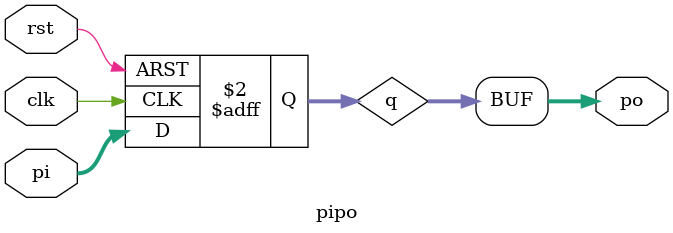
<source format=v>

module pipo(input [3:0] pi, input clk, rst, output [3:0] po);

 reg [3:0] q;
 
 always@(posedge clk or posedge rst)begin
 
  if(rst)
   q <= 4'b0000;
   
  else
   q <= pi ;
 end
 assign po = q;
  
endmodule

</source>
